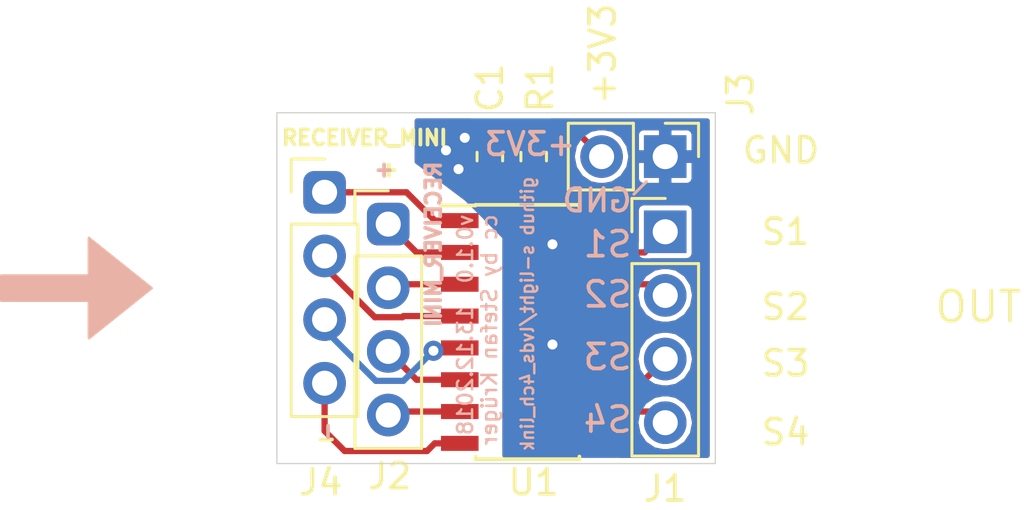
<source format=kicad_pcb>
(kicad_pcb (version 20171130) (host pcbnew 6.0.0-rc1-unknown-b491065~84~ubuntu18.04.1)

  (general
    (thickness 1.6)
    (drawings 30)
    (tracks 70)
    (zones 0)
    (modules 7)
    (nets 17)
  )

  (page A4)
  (title_block
    (title "LVDS 4ch Receiver Mini")
    (date 2018-12-14)
    (rev 0.1.0)
    (company s-light.eu)
    (comment 1 "Stefan Krüger")
    (comment 2 "CC BY")
    (comment 3 "Open Source Hardware")
  )

  (layers
    (0 F.Cu signal)
    (31 B.Cu signal)
    (32 B.Adhes user)
    (33 F.Adhes user)
    (34 B.Paste user)
    (35 F.Paste user)
    (36 B.SilkS user)
    (37 F.SilkS user)
    (38 B.Mask user)
    (39 F.Mask user)
    (40 Dwgs.User user)
    (41 Cmts.User user)
    (42 Eco1.User user)
    (43 Eco2.User user)
    (44 Edge.Cuts user)
    (45 Margin user)
    (46 B.CrtYd user)
    (47 F.CrtYd user)
    (48 B.Fab user)
    (49 F.Fab user)
  )

  (setup
    (last_trace_width 0.25)
    (user_trace_width 0.1)
    (user_trace_width 0.15)
    (user_trace_width 0.2)
    (user_trace_width 0.5)
    (user_trace_width 1)
    (trace_clearance 0.2)
    (zone_clearance 0.2)
    (zone_45_only no)
    (trace_min 0.1)
    (via_size 0.8)
    (via_drill 0.4)
    (via_min_size 0.45)
    (via_min_drill 0.2)
    (user_via 0.45 0.2)
    (user_via 0.6 0.3)
    (user_via 0.8 0.4)
    (uvia_size 0.3)
    (uvia_drill 0.1)
    (uvias_allowed no)
    (uvia_min_size 0.2)
    (uvia_min_drill 0.1)
    (edge_width 0.05)
    (segment_width 0.2)
    (pcb_text_width 0.3)
    (pcb_text_size 1 1)
    (mod_edge_width 0.12)
    (mod_text_size 1 1)
    (mod_text_width 0.15)
    (pad_size 1.7 1.7)
    (pad_drill 1)
    (pad_to_mask_clearance 0)
    (solder_mask_min_width 0.1)
    (aux_axis_origin 50 50)
    (grid_origin 50 50)
    (visible_elements FFFFFF3F)
    (pcbplotparams
      (layerselection 0x013fc_ffffffff)
      (usegerberextensions false)
      (usegerberattributes false)
      (usegerberadvancedattributes false)
      (creategerberjobfile false)
      (excludeedgelayer false)
      (linewidth 0.100000)
      (plotframeref true)
      (viasonmask false)
      (mode 1)
      (useauxorigin false)
      (hpglpennumber 1)
      (hpglpenspeed 20)
      (hpglpendiameter 15.000000)
      (psnegative false)
      (psa4output false)
      (plotreference true)
      (plotvalue true)
      (plotinvisibletext false)
      (padsonsilk false)
      (subtractmaskfromsilk false)
      (outputformat 5)
      (mirror false)
      (drillshape 2)
      (scaleselection 1)
      (outputdirectory "export/board/svg/"))
  )

  (net 0 "")
  (net 1 GND)
  (net 2 +3V3)
  (net 3 /signal4)
  (net 4 /signal3)
  (net 5 /signal2)
  (net 6 /signal1)
  (net 7 /pair4+)
  (net 8 /pair2-)
  (net 9 /pair1-)
  (net 10 /pair3+)
  (net 11 /pair4-)
  (net 12 /pair1+)
  (net 13 /pair2+)
  (net 14 /pair3-)
  (net 15 /EN)
  (net 16 "Net-(U1-Pad9)")

  (net_class Default "This is the default net class."
    (clearance 0.2)
    (trace_width 0.25)
    (via_dia 0.8)
    (via_drill 0.4)
    (uvia_dia 0.3)
    (uvia_drill 0.1)
    (add_net +3V3)
    (add_net /EN)
    (add_net /pair1+)
    (add_net /pair1-)
    (add_net /pair2+)
    (add_net /pair2-)
    (add_net /pair3+)
    (add_net /pair3-)
    (add_net /pair4+)
    (add_net /pair4-)
    (add_net /signal1)
    (add_net /signal2)
    (add_net /signal3)
    (add_net /signal4)
    (add_net GND)
    (add_net "Net-(U1-Pad9)")
  )

  (net_class min "minimal settings"
    (clearance 0.1)
    (trace_width 0.1)
    (via_dia 0.45)
    (via_drill 0.2)
    (uvia_dia 0.3)
    (uvia_drill 0.1)
  )

  (net_class small "small things"
    (clearance 0.15)
    (trace_width 0.15)
    (via_dia 0.45)
    (via_drill 0.2)
    (uvia_dia 0.3)
    (uvia_drill 0.1)
  )

  (module Resistor_SMD:R_0603_1608Metric_Pad1.05x0.95mm_HandSolder (layer F.Cu) (tedit 5B301BBD) (tstamp 5C12FC19)
    (at 60.25 51.75 270)
    (descr "Resistor SMD 0603 (1608 Metric), square (rectangular) end terminal, IPC_7351 nominal with elongated pad for handsoldering. (Body size source: http://www.tortai-tech.com/upload/download/2011102023233369053.pdf), generated with kicad-footprint-generator")
    (tags "resistor handsolder")
    (path /5C13DB8A)
    (attr smd)
    (fp_text reference R1 (at -2.75 -0.25 270) (layer F.SilkS)
      (effects (font (size 1 1) (thickness 0.15)))
    )
    (fp_text value 10k (at -3.25 -0.25 270) (layer F.Fab)
      (effects (font (size 1 1) (thickness 0.15)))
    )
    (fp_text user %R (at 0 -0.5 270) (layer F.Fab)
      (effects (font (size 0.4 0.4) (thickness 0.06)))
    )
    (fp_line (start 1.65 0.73) (end -1.65 0.73) (layer F.CrtYd) (width 0.05))
    (fp_line (start 1.65 -0.73) (end 1.65 0.73) (layer F.CrtYd) (width 0.05))
    (fp_line (start -1.65 -0.73) (end 1.65 -0.73) (layer F.CrtYd) (width 0.05))
    (fp_line (start -1.65 0.73) (end -1.65 -0.73) (layer F.CrtYd) (width 0.05))
    (fp_line (start -0.171267 0.51) (end 0.171267 0.51) (layer F.SilkS) (width 0.12))
    (fp_line (start -0.171267 -0.51) (end 0.171267 -0.51) (layer F.SilkS) (width 0.12))
    (fp_line (start 0.8 0.4) (end -0.8 0.4) (layer F.Fab) (width 0.1))
    (fp_line (start 0.8 -0.4) (end 0.8 0.4) (layer F.Fab) (width 0.1))
    (fp_line (start -0.8 -0.4) (end 0.8 -0.4) (layer F.Fab) (width 0.1))
    (fp_line (start -0.8 0.4) (end -0.8 -0.4) (layer F.Fab) (width 0.1))
    (pad 2 smd roundrect (at 0.875 0 270) (size 1.05 0.95) (layers F.Cu F.Paste F.Mask) (roundrect_rratio 0.25)
      (net 15 /EN))
    (pad 1 smd roundrect (at -0.875 0 270) (size 1.05 0.95) (layers F.Cu F.Paste F.Mask) (roundrect_rratio 0.25)
      (net 2 +3V3))
    (model ${KISYS3DMOD}/Resistor_SMD.3dshapes/R_0603_1608Metric.wrl
      (at (xyz 0 0 0))
      (scale (xyz 1 1 1))
      (rotate (xyz 0 0 0))
    )
  )

  (module Connector_PinHeader_2.54mm:PinHeader_1x04_P2.54mm_Vertical (layer F.Cu) (tedit 5C12F65A) (tstamp 5C134011)
    (at 51.905 53.175)
    (descr "Through hole straight pin header, 1x04, 2.54mm pitch, single row")
    (tags "Through hole pin header THT 1x04 2.54mm single row")
    (path /5C142970)
    (fp_text reference J4 (at -0.155 11.575) (layer F.SilkS)
      (effects (font (size 1 1) (thickness 0.15)))
    )
    (fp_text value LVDS_IN- (at 0 9.95) (layer F.Fab)
      (effects (font (size 1 1) (thickness 0.15)))
    )
    (fp_text user %R (at 0 3.81 90) (layer F.Fab)
      (effects (font (size 1 1) (thickness 0.15)))
    )
    (fp_line (start 1.8 -1.8) (end -1.8 -1.8) (layer F.CrtYd) (width 0.05))
    (fp_line (start 1.8 9.4) (end 1.8 -1.8) (layer F.CrtYd) (width 0.05))
    (fp_line (start -1.8 9.4) (end 1.8 9.4) (layer F.CrtYd) (width 0.05))
    (fp_line (start -1.8 -1.8) (end -1.8 9.4) (layer F.CrtYd) (width 0.05))
    (fp_line (start -1.33 -1.33) (end 0 -1.33) (layer F.SilkS) (width 0.12))
    (fp_line (start -1.33 0) (end -1.33 -1.33) (layer F.SilkS) (width 0.12))
    (fp_line (start -1.33 1.27) (end 1.33 1.27) (layer F.SilkS) (width 0.12))
    (fp_line (start 1.33 1.27) (end 1.33 8.95) (layer F.SilkS) (width 0.12))
    (fp_line (start -1.33 1.27) (end -1.33 8.95) (layer F.SilkS) (width 0.12))
    (fp_line (start -1.33 8.95) (end 1.33 8.95) (layer F.SilkS) (width 0.12))
    (fp_line (start -1.27 -0.635) (end -0.635 -1.27) (layer F.Fab) (width 0.1))
    (fp_line (start -1.27 8.89) (end -1.27 -0.635) (layer F.Fab) (width 0.1))
    (fp_line (start 1.27 8.89) (end -1.27 8.89) (layer F.Fab) (width 0.1))
    (fp_line (start 1.27 -1.27) (end 1.27 8.89) (layer F.Fab) (width 0.1))
    (fp_line (start -0.635 -1.27) (end 1.27 -1.27) (layer F.Fab) (width 0.1))
    (pad 4 thru_hole oval (at 0 7.62) (size 1.7 1.7) (drill 1) (layers *.Cu *.Mask)
      (net 11 /pair4-))
    (pad 3 thru_hole oval (at 0 5.08) (size 1.7 1.7) (drill 1) (layers *.Cu *.Mask)
      (net 14 /pair3-))
    (pad 2 thru_hole oval (at 0 2.54) (size 1.7 1.7) (drill 1) (layers *.Cu *.Mask)
      (net 8 /pair2-))
    (pad 1 thru_hole roundrect (at 0 0) (size 1.7 1.7) (drill 1) (layers *.Cu *.Mask) (roundrect_rratio 0.25)
      (net 9 /pair1-))
    (model ${KISYS3DMOD}/Connector_PinHeader_2.54mm.3dshapes/PinHeader_1x04_P2.54mm_Vertical.wrl
      (at (xyz 0 0 0))
      (scale (xyz 1 1 1))
      (rotate (xyz 0 0 0))
    )
  )

  (module Connector_PinHeader_2.54mm:PinHeader_1x02_P2.54mm_Vertical (layer F.Cu) (tedit 59FED5CC) (tstamp 5C133FF7)
    (at 65.5 51.75 270)
    (descr "Through hole straight pin header, 1x02, 2.54mm pitch, single row")
    (tags "Through hole pin header THT 1x02 2.54mm single row")
    (path /5C134BC8)
    (fp_text reference J3 (at -2.5 -3 270) (layer F.SilkS)
      (effects (font (size 1 1) (thickness 0.15)))
    )
    (fp_text value power (at -2.5 1.5) (layer F.Fab)
      (effects (font (size 1 1) (thickness 0.15)))
    )
    (fp_text user %R (at -1 1.25) (layer F.Fab)
      (effects (font (size 1 1) (thickness 0.15)))
    )
    (fp_line (start 1.8 -1.8) (end -1.8 -1.8) (layer F.CrtYd) (width 0.05))
    (fp_line (start 1.8 4.35) (end 1.8 -1.8) (layer F.CrtYd) (width 0.05))
    (fp_line (start -1.8 4.35) (end 1.8 4.35) (layer F.CrtYd) (width 0.05))
    (fp_line (start -1.8 -1.8) (end -1.8 4.35) (layer F.CrtYd) (width 0.05))
    (fp_line (start -1.33 -1.33) (end 0 -1.33) (layer F.SilkS) (width 0.12))
    (fp_line (start -1.33 0) (end -1.33 -1.33) (layer F.SilkS) (width 0.12))
    (fp_line (start -1.33 1.27) (end 1.33 1.27) (layer F.SilkS) (width 0.12))
    (fp_line (start 1.33 1.27) (end 1.33 3.87) (layer F.SilkS) (width 0.12))
    (fp_line (start -1.33 1.27) (end -1.33 3.87) (layer F.SilkS) (width 0.12))
    (fp_line (start -1.33 3.87) (end 1.33 3.87) (layer F.SilkS) (width 0.12))
    (fp_line (start -1.27 -0.635) (end -0.635 -1.27) (layer F.Fab) (width 0.1))
    (fp_line (start -1.27 3.81) (end -1.27 -0.635) (layer F.Fab) (width 0.1))
    (fp_line (start 1.27 3.81) (end -1.27 3.81) (layer F.Fab) (width 0.1))
    (fp_line (start 1.27 -1.27) (end 1.27 3.81) (layer F.Fab) (width 0.1))
    (fp_line (start -0.635 -1.27) (end 1.27 -1.27) (layer F.Fab) (width 0.1))
    (pad 2 thru_hole oval (at 0 2.54 270) (size 1.7 1.7) (drill 1) (layers *.Cu *.Mask)
      (net 2 +3V3))
    (pad 1 thru_hole rect (at 0 0 270) (size 1.7 1.7) (drill 1) (layers *.Cu *.Mask)
      (net 1 GND))
    (model ${KISYS3DMOD}/Connector_PinHeader_2.54mm.3dshapes/PinHeader_1x02_P2.54mm_Vertical.wrl
      (at (xyz 0 0 0))
      (scale (xyz 1 1 1))
      (rotate (xyz 0 0 0))
    )
  )

  (module Connector_PinHeader_2.54mm:PinHeader_1x04_P2.54mm_Vertical (layer F.Cu) (tedit 5C12F654) (tstamp 5C12E801)
    (at 54.445 54.445)
    (descr "Through hole straight pin header, 1x04, 2.54mm pitch, single row")
    (tags "Through hole pin header THT 1x04 2.54mm single row")
    (path /5C130A4B)
    (fp_text reference J2 (at 0.055 10.055) (layer F.SilkS)
      (effects (font (size 1 1) (thickness 0.15)))
    )
    (fp_text value LVDS_IN+ (at 0 9.95) (layer F.Fab)
      (effects (font (size 1 1) (thickness 0.15)))
    )
    (fp_text user %R (at 0 3.81 90) (layer F.Fab)
      (effects (font (size 1 1) (thickness 0.15)))
    )
    (fp_line (start 1.8 -1.8) (end -1.8 -1.8) (layer F.CrtYd) (width 0.05))
    (fp_line (start 1.8 9.4) (end 1.8 -1.8) (layer F.CrtYd) (width 0.05))
    (fp_line (start -1.8 9.4) (end 1.8 9.4) (layer F.CrtYd) (width 0.05))
    (fp_line (start -1.8 -1.8) (end -1.8 9.4) (layer F.CrtYd) (width 0.05))
    (fp_line (start -1.33 -1.33) (end 0 -1.33) (layer F.SilkS) (width 0.12))
    (fp_line (start -1.33 0) (end -1.33 -1.33) (layer F.SilkS) (width 0.12))
    (fp_line (start -1.33 1.27) (end 1.33 1.27) (layer F.SilkS) (width 0.12))
    (fp_line (start 1.33 1.27) (end 1.33 8.95) (layer F.SilkS) (width 0.12))
    (fp_line (start -1.33 1.27) (end -1.33 8.95) (layer F.SilkS) (width 0.12))
    (fp_line (start -1.33 8.95) (end 1.33 8.95) (layer F.SilkS) (width 0.12))
    (fp_line (start -1.27 -0.635) (end -0.635 -1.27) (layer F.Fab) (width 0.1))
    (fp_line (start -1.27 8.89) (end -1.27 -0.635) (layer F.Fab) (width 0.1))
    (fp_line (start 1.27 8.89) (end -1.27 8.89) (layer F.Fab) (width 0.1))
    (fp_line (start 1.27 -1.27) (end 1.27 8.89) (layer F.Fab) (width 0.1))
    (fp_line (start -0.635 -1.27) (end 1.27 -1.27) (layer F.Fab) (width 0.1))
    (pad 4 thru_hole oval (at 0 7.62) (size 1.7 1.7) (drill 1) (layers *.Cu *.Mask)
      (net 7 /pair4+))
    (pad 3 thru_hole oval (at 0 5.08) (size 1.7 1.7) (drill 1) (layers *.Cu *.Mask)
      (net 10 /pair3+))
    (pad 2 thru_hole oval (at 0 2.54) (size 1.7 1.7) (drill 1) (layers *.Cu *.Mask)
      (net 13 /pair2+))
    (pad 1 thru_hole roundrect (at 0 0) (size 1.7 1.7) (drill 1) (layers *.Cu *.Mask) (roundrect_rratio 0.25)
      (net 12 /pair1+))
    (model ${KISYS3DMOD}/Connector_PinHeader_2.54mm.3dshapes/PinHeader_1x04_P2.54mm_Vertical.wrl
      (at (xyz 0 0 0))
      (scale (xyz 1 1 1))
      (rotate (xyz 0 0 0))
    )
  )

  (module Connector_PinHeader_2.54mm:PinHeader_1x04_P2.54mm_Vertical (layer F.Cu) (tedit 59FED5CC) (tstamp 5C12E7DE)
    (at 65.5 54.75)
    (descr "Through hole straight pin header, 1x04, 2.54mm pitch, single row")
    (tags "Through hole pin header THT 1x04 2.54mm single row")
    (path /5C221C21)
    (fp_text reference J1 (at 0 10.25) (layer F.SilkS)
      (effects (font (size 1 1) (thickness 0.15)))
    )
    (fp_text value signal_out (at 2.75 5 90) (layer F.Fab)
      (effects (font (size 1 1) (thickness 0.15)))
    )
    (fp_text user %R (at 1.25 3.81 90) (layer F.Fab)
      (effects (font (size 1 1) (thickness 0.15)))
    )
    (fp_line (start 1.8 -1.8) (end -1.8 -1.8) (layer F.CrtYd) (width 0.05))
    (fp_line (start 1.8 9.4) (end 1.8 -1.8) (layer F.CrtYd) (width 0.05))
    (fp_line (start -1.8 9.4) (end 1.8 9.4) (layer F.CrtYd) (width 0.05))
    (fp_line (start -1.8 -1.8) (end -1.8 9.4) (layer F.CrtYd) (width 0.05))
    (fp_line (start -1.33 -1.33) (end 0 -1.33) (layer F.SilkS) (width 0.12))
    (fp_line (start -1.33 0) (end -1.33 -1.33) (layer F.SilkS) (width 0.12))
    (fp_line (start -1.33 1.27) (end 1.33 1.27) (layer F.SilkS) (width 0.12))
    (fp_line (start 1.33 1.27) (end 1.33 8.95) (layer F.SilkS) (width 0.12))
    (fp_line (start -1.33 1.27) (end -1.33 8.95) (layer F.SilkS) (width 0.12))
    (fp_line (start -1.33 8.95) (end 1.33 8.95) (layer F.SilkS) (width 0.12))
    (fp_line (start -1.27 -0.635) (end -0.635 -1.27) (layer F.Fab) (width 0.1))
    (fp_line (start -1.27 8.89) (end -1.27 -0.635) (layer F.Fab) (width 0.1))
    (fp_line (start 1.27 8.89) (end -1.27 8.89) (layer F.Fab) (width 0.1))
    (fp_line (start 1.27 -1.27) (end 1.27 8.89) (layer F.Fab) (width 0.1))
    (fp_line (start -0.635 -1.27) (end 1.27 -1.27) (layer F.Fab) (width 0.1))
    (pad 4 thru_hole oval (at 0 7.62) (size 1.7 1.7) (drill 1) (layers *.Cu *.Mask)
      (net 3 /signal4))
    (pad 3 thru_hole oval (at 0 5.08) (size 1.7 1.7) (drill 1) (layers *.Cu *.Mask)
      (net 4 /signal3))
    (pad 2 thru_hole oval (at 0 2.54) (size 1.7 1.7) (drill 1) (layers *.Cu *.Mask)
      (net 5 /signal2))
    (pad 1 thru_hole rect (at 0 0) (size 1.7 1.7) (drill 1) (layers *.Cu *.Mask)
      (net 6 /signal1))
    (model ${KISYS3DMOD}/Connector_PinHeader_2.54mm.3dshapes/PinHeader_1x04_P2.54mm_Vertical.wrl
      (at (xyz 0 0 0))
      (scale (xyz 1 1 1))
      (rotate (xyz 0 0 0))
    )
  )

  (module Package_SO:SOIC-16_3.9x9.9mm_P1.27mm (layer F.Cu) (tedit 5A02F2D3) (tstamp 5C134CA3)
    (at 60 58.75)
    (descr "16-Lead Plastic Small Outline (SL) - Narrow, 3.90 mm Body [SOIC] (see Microchip Packaging Specification 00000049BS.pdf)")
    (tags "SOIC 1.27")
    (path /5C14F4D9)
    (attr smd)
    (fp_text reference U1 (at 0.25 6) (layer F.SilkS)
      (effects (font (size 1 1) (thickness 0.15)))
    )
    (fp_text value SN65LVDT348 (at 0 6) (layer F.Fab)
      (effects (font (size 1 1) (thickness 0.15)))
    )
    (fp_line (start -2.075 -5.05) (end -3.45 -5.05) (layer F.SilkS) (width 0.15))
    (fp_line (start -2.075 5.075) (end 2.075 5.075) (layer F.SilkS) (width 0.15))
    (fp_line (start -2.075 -5.075) (end 2.075 -5.075) (layer F.SilkS) (width 0.15))
    (fp_line (start -2.075 5.075) (end -2.075 4.97) (layer F.SilkS) (width 0.15))
    (fp_line (start 2.075 5.075) (end 2.075 4.97) (layer F.SilkS) (width 0.15))
    (fp_line (start 2.075 -5.075) (end 2.075 -4.97) (layer F.SilkS) (width 0.15))
    (fp_line (start -2.075 -5.075) (end -2.075 -5.05) (layer F.SilkS) (width 0.15))
    (fp_line (start -3.7 5.25) (end 3.7 5.25) (layer F.CrtYd) (width 0.05))
    (fp_line (start -3.7 -5.25) (end 3.7 -5.25) (layer F.CrtYd) (width 0.05))
    (fp_line (start 3.7 -5.25) (end 3.7 5.25) (layer F.CrtYd) (width 0.05))
    (fp_line (start -3.7 -5.25) (end -3.7 5.25) (layer F.CrtYd) (width 0.05))
    (fp_line (start -1.95 -3.95) (end -0.95 -4.95) (layer F.Fab) (width 0.15))
    (fp_line (start -1.95 4.95) (end -1.95 -3.95) (layer F.Fab) (width 0.15))
    (fp_line (start 1.95 4.95) (end -1.95 4.95) (layer F.Fab) (width 0.15))
    (fp_line (start 1.95 -4.95) (end 1.95 4.95) (layer F.Fab) (width 0.15))
    (fp_line (start -0.95 -4.95) (end 1.95 -4.95) (layer F.Fab) (width 0.15))
    (fp_text user %R (at 0 2.224999) (layer F.Fab)
      (effects (font (size 0.9 0.9) (thickness 0.135)))
    )
    (pad 16 smd rect (at 2.7 -4.445) (size 1.5 0.6) (layers F.Cu F.Paste F.Mask)
      (net 15 /EN))
    (pad 15 smd rect (at 2.7 -3.175) (size 1.5 0.6) (layers F.Cu F.Paste F.Mask)
      (net 6 /signal1))
    (pad 14 smd rect (at 2.7 -1.905) (size 1.5 0.6) (layers F.Cu F.Paste F.Mask)
      (net 5 /signal2))
    (pad 13 smd rect (at 2.7 -0.635) (size 1.5 0.6) (layers F.Cu F.Paste F.Mask)
      (net 2 +3V3))
    (pad 12 smd rect (at 2.7 0.635) (size 1.5 0.6) (layers F.Cu F.Paste F.Mask)
      (net 1 GND))
    (pad 11 smd rect (at 2.7 1.905) (size 1.5 0.6) (layers F.Cu F.Paste F.Mask)
      (net 4 /signal3))
    (pad 10 smd rect (at 2.7 3.175) (size 1.5 0.6) (layers F.Cu F.Paste F.Mask)
      (net 3 /signal4))
    (pad 9 smd rect (at 2.7 4.445) (size 1.5 0.6) (layers F.Cu F.Paste F.Mask)
      (net 16 "Net-(U1-Pad9)"))
    (pad 8 smd rect (at -2.7 4.445) (size 1.5 0.6) (layers F.Cu F.Paste F.Mask)
      (net 11 /pair4-))
    (pad 7 smd rect (at -2.7 3.175) (size 1.5 0.6) (layers F.Cu F.Paste F.Mask)
      (net 7 /pair4+))
    (pad 6 smd rect (at -2.7 1.905) (size 1.5 0.6) (layers F.Cu F.Paste F.Mask)
      (net 10 /pair3+))
    (pad 5 smd rect (at -2.7 0.635) (size 1.5 0.6) (layers F.Cu F.Paste F.Mask)
      (net 14 /pair3-))
    (pad 4 smd rect (at -2.7 -0.635) (size 1.5 0.6) (layers F.Cu F.Paste F.Mask)
      (net 8 /pair2-))
    (pad 3 smd rect (at -2.7 -1.905) (size 1.5 0.6) (layers F.Cu F.Paste F.Mask)
      (net 13 /pair2+))
    (pad 2 smd rect (at -2.7 -3.175) (size 1.5 0.6) (layers F.Cu F.Paste F.Mask)
      (net 12 /pair1+))
    (pad 1 smd rect (at -2.7 -4.445) (size 1.5 0.6) (layers F.Cu F.Paste F.Mask)
      (net 9 /pair1-))
    (model ${KISYS3DMOD}/Package_SO.3dshapes/SOIC-16_3.9x9.9mm_P1.27mm.wrl
      (at (xyz 0 0 0))
      (scale (xyz 1 1 1))
      (rotate (xyz 0 0 0))
    )
  )

  (module Capacitor_SMD:C_0603_1608Metric_Pad1.05x0.95mm_HandSolder (layer F.Cu) (tedit 5B301BBE) (tstamp 5C12E777)
    (at 58.5 51.75 90)
    (descr "Capacitor SMD 0603 (1608 Metric), square (rectangular) end terminal, IPC_7351 nominal with elongated pad for handsoldering. (Body size source: http://www.tortai-tech.com/upload/download/2011102023233369053.pdf), generated with kicad-footprint-generator")
    (tags "capacitor handsolder")
    (path /5C1DA101)
    (attr smd)
    (fp_text reference C1 (at 2.75 0 90) (layer F.SilkS)
      (effects (font (size 1 1) (thickness 0.15)))
    )
    (fp_text value 0.1uF (at 3.75 0 90) (layer F.Fab)
      (effects (font (size 1 1) (thickness 0.15)))
    )
    (fp_text user %R (at 0 0.5 90) (layer F.Fab)
      (effects (font (size 0.4 0.4) (thickness 0.06)))
    )
    (fp_line (start 1.65 0.73) (end -1.65 0.73) (layer F.CrtYd) (width 0.05))
    (fp_line (start 1.65 -0.73) (end 1.65 0.73) (layer F.CrtYd) (width 0.05))
    (fp_line (start -1.65 -0.73) (end 1.65 -0.73) (layer F.CrtYd) (width 0.05))
    (fp_line (start -1.65 0.73) (end -1.65 -0.73) (layer F.CrtYd) (width 0.05))
    (fp_line (start -0.171267 0.51) (end 0.171267 0.51) (layer F.SilkS) (width 0.12))
    (fp_line (start -0.171267 -0.51) (end 0.171267 -0.51) (layer F.SilkS) (width 0.12))
    (fp_line (start 0.8 0.4) (end -0.8 0.4) (layer F.Fab) (width 0.1))
    (fp_line (start 0.8 -0.4) (end 0.8 0.4) (layer F.Fab) (width 0.1))
    (fp_line (start -0.8 -0.4) (end 0.8 -0.4) (layer F.Fab) (width 0.1))
    (fp_line (start -0.8 0.4) (end -0.8 -0.4) (layer F.Fab) (width 0.1))
    (pad 2 smd roundrect (at 0.875 0 90) (size 1.05 0.95) (layers F.Cu F.Paste F.Mask) (roundrect_rratio 0.25)
      (net 1 GND))
    (pad 1 smd roundrect (at -0.875 0 90) (size 1.05 0.95) (layers F.Cu F.Paste F.Mask) (roundrect_rratio 0.25)
      (net 2 +3V3))
    (model ${KISYS3DMOD}/Capacitor_SMD.3dshapes/C_0603_1608Metric.wrl
      (at (xyz 0 0 0))
      (scale (xyz 1 1 1))
      (rotate (xyz 0 0 0))
    )
  )

  (gr_text RECEIVER_MINI (at 53.5 51) (layer F.SilkS) (tstamp 5C137BD9)
    (effects (font (size 0.6 0.6) (thickness 0.15)))
  )
  (gr_text + (at 54.75 52.25) (layer B.SilkS) (tstamp 5C137A0D)
    (effects (font (size 0.6 0.6) (thickness 0.15)) (justify left mirror))
  )
  (gr_text - (at 52 62.25 90) (layer B.SilkS) (tstamp 5C137915)
    (effects (font (size 0.6 0.6) (thickness 0.15)) (justify left mirror))
  )
  (gr_text + (at 54 52.25) (layer F.SilkS) (tstamp 5C137617)
    (effects (font (size 0.6 0.6) (thickness 0.15)) (justify left))
  )
  (gr_text - (at 51.5 63) (layer F.SilkS) (tstamp 5C13755D)
    (effects (font (size 0.6 0.6) (thickness 0.15)) (justify left))
  )
  (gr_line (start 64.25 53.25) (end 64.75 52.75) (layer B.SilkS) (width 0.12))
  (gr_text S3 (at 64.25 59.75) (layer B.SilkS) (tstamp 5C13BA4D)
    (effects (font (size 1 1) (thickness 0.15)) (justify left mirror))
  )
  (gr_text S2 (at 64.25 57.25) (layer B.SilkS) (tstamp 5C13BA4C)
    (effects (font (size 1 1) (thickness 0.15)) (justify left mirror))
  )
  (gr_text GND (at 64.25 53.5) (layer B.SilkS) (tstamp 5C13BA4B)
    (effects (font (size 0.9 0.9) (thickness 0.15)) (justify left mirror))
  )
  (gr_text S4 (at 64.25 62.25) (layer B.SilkS) (tstamp 5C13BA4A)
    (effects (font (size 1 1) (thickness 0.15)) (justify left mirror))
  )
  (gr_text S1 (at 64.25 55.25) (layer B.SilkS) (tstamp 5C13BA49)
    (effects (font (size 1 1) (thickness 0.15)) (justify left mirror))
  )
  (gr_text +3V3 (at 62 51.25) (layer B.SilkS) (tstamp 5C13BA48)
    (effects (font (size 0.9 0.9) (thickness 0.15)) (justify left mirror))
  )
  (gr_text OUT (at 78 57.75) (layer F.SilkS) (tstamp 5C13816B)
    (effects (font (size 1.2 1.2) (thickness 0.15)))
  )
  (gr_text S3 (at 69.25 60) (layer F.SilkS) (tstamp 5C137773)
    (effects (font (size 1 1) (thickness 0.15)) (justify left))
  )
  (gr_text S2 (at 69.25 57.75) (layer F.SilkS) (tstamp 5C137772)
    (effects (font (size 1 1) (thickness 0.15)) (justify left))
  )
  (gr_text S1 (at 69.25 54.75) (layer F.SilkS) (tstamp 5C137649)
    (effects (font (size 1 1) (thickness 0.15)) (justify left))
  )
  (gr_text GND (at 68.5 51.5) (layer F.SilkS) (tstamp 5C1374D9)
    (effects (font (size 1 1) (thickness 0.15)) (justify left))
  )
  (gr_text +3V3 (at 63 49.75 90) (layer F.SilkS) (tstamp 5C1371DC)
    (effects (font (size 1 1) (thickness 0.15)) (justify left))
  )
  (gr_text S4 (at 69.25 62.75) (layer F.SilkS) (tstamp 5C1370B4)
    (effects (font (size 1 1) (thickness 0.15)) (justify left))
  )
  (gr_text "v0.1.0  13.12.2018\ncc by Stefan Krüger" (at 58 54 90) (layer B.SilkS) (tstamp 5C136C8A)
    (effects (font (size 0.6 0.6) (thickness 0.1)) (justify left mirror))
  )
  (gr_text RECEIVER_MINI (at 56.25 55.25 90) (layer B.SilkS)
    (effects (font (size 0.6 0.6) (thickness 0.15)) (justify mirror))
  )
  (gr_poly (pts (xy 45 57) (xy 42.5 59) (xy 42.5 57.5) (xy 39 57.5) (xy 39 56.5) (xy 42.5 56.5) (xy 42.5 55)) (layer F.SilkS) (width 0.1) (tstamp 5C13347F))
  (gr_poly (pts (xy 45 57) (xy 42.5 55) (xy 42.5 56.5) (xy 39 56.5) (xy 39 57.5) (xy 42.5 57.5) (xy 42.5 59)) (layer B.SilkS) (width 0.1))
  (gr_text "github s-light/lvds_4ch_link" (at 60 52.5 90) (layer B.SilkS)
    (effects (font (size 0.5 0.5) (thickness 0.1)) (justify left mirror))
  )
  (dimension 17.5 (width 0.12) (layer Cmts.User)
    (gr_text "17,500 mm" (at 58.75 46.73) (layer Cmts.User)
      (effects (font (size 1 1) (thickness 0.15)))
    )
    (feature1 (pts (xy 67.5 50) (xy 67.5 47.413579)))
    (feature2 (pts (xy 50 50) (xy 50 47.413579)))
    (crossbar (pts (xy 50 48) (xy 67.5 48)))
    (arrow1a (pts (xy 67.5 48) (xy 66.373496 48.586421)))
    (arrow1b (pts (xy 67.5 48) (xy 66.373496 47.413579)))
    (arrow2a (pts (xy 50 48) (xy 51.126504 48.586421)))
    (arrow2b (pts (xy 50 48) (xy 51.126504 47.413579)))
  )
  (dimension 14 (width 0.12) (layer Cmts.User)
    (gr_text "14,000 mm" (at 46.730001 57 270) (layer Cmts.User)
      (effects (font (size 1 1) (thickness 0.15)))
    )
    (feature1 (pts (xy 50 64) (xy 47.41358 64)))
    (feature2 (pts (xy 50 50) (xy 47.41358 50)))
    (crossbar (pts (xy 48.000001 50) (xy 48.000001 64)))
    (arrow1a (pts (xy 48.000001 64) (xy 47.41358 62.873496)))
    (arrow1b (pts (xy 48.000001 64) (xy 48.586422 62.873496)))
    (arrow2a (pts (xy 48.000001 50) (xy 47.41358 51.126504)))
    (arrow2b (pts (xy 48.000001 50) (xy 48.586422 51.126504)))
  )
  (gr_line (start 50 64) (end 50 50) (layer Edge.Cuts) (width 0.05) (tstamp 5C12E8E3))
  (gr_line (start 67.5 64) (end 50 64) (layer Edge.Cuts) (width 0.05))
  (gr_line (start 67.5 50) (end 67.5 64) (layer Edge.Cuts) (width 0.05))
  (gr_line (start 50 50) (end 67.5 50) (layer Edge.Cuts) (width 0.05))

  (via (at 57.5 51) (size 0.8) (drill 0.4) (layers F.Cu B.Cu) (net 1))
  (segment (start 58.5 50.875) (end 57.625 50.875) (width 0.25) (layer F.Cu) (net 1))
  (segment (start 57.625 50.875) (end 57.5 51) (width 0.25) (layer F.Cu) (net 1))
  (via (at 61 59.25) (size 0.8) (drill 0.4) (layers F.Cu B.Cu) (net 1))
  (segment (start 57.5 51) (end 61 54.5) (width 0.25) (layer B.Cu) (net 1))
  (segment (start 62.565 59.25) (end 62.7 59.385) (width 0.25) (layer F.Cu) (net 1))
  (segment (start 61 59.25) (end 62.565 59.25) (width 0.25) (layer F.Cu) (net 1))
  (via (at 61 55.25) (size 0.8) (drill 0.4) (layers F.Cu B.Cu) (net 1))
  (segment (start 61 55.25) (end 61 59.25) (width 0.25) (layer B.Cu) (net 1))
  (segment (start 61 54.5) (end 61 55.25) (width 0.25) (layer B.Cu) (net 1))
  (segment (start 65.1 53.25) (end 65.5 52.85) (width 0.25) (layer B.Cu) (net 1))
  (segment (start 57.5 51) (end 59.75 53.25) (width 0.25) (layer B.Cu) (net 1))
  (segment (start 65.5 52.85) (end 65.5 51.75) (width 0.25) (layer B.Cu) (net 1))
  (segment (start 59.75 53.25) (end 65.1 53.25) (width 0.25) (layer B.Cu) (net 1))
  (via (at 56.75 51.5) (size 0.8) (drill 0.4) (layers F.Cu B.Cu) (net 1))
  (segment (start 57.25 51) (end 56.75 51.5) (width 0.25) (layer B.Cu) (net 1))
  (segment (start 57.5 51) (end 57.25 51) (width 0.25) (layer B.Cu) (net 1))
  (via (at 57.25 52.25) (size 0.8) (drill 0.4) (layers F.Cu B.Cu) (net 1))
  (segment (start 57.5 52) (end 57.25 52.25) (width 0.25) (layer B.Cu) (net 1))
  (segment (start 57.5 51) (end 57.5 52) (width 0.25) (layer B.Cu) (net 1))
  (segment (start 62.085 50.875) (end 62.96 51.75) (width 0.25) (layer F.Cu) (net 2))
  (segment (start 60.25 50.875) (end 62.085 50.875) (width 0.25) (layer F.Cu) (net 2))
  (segment (start 58.5 52.25) (end 59.875 50.875) (width 0.25) (layer F.Cu) (net 2))
  (segment (start 58.5 52.625) (end 58.5 52.25) (width 0.25) (layer F.Cu) (net 2))
  (segment (start 60 54.5) (end 60 57) (width 0.25) (layer F.Cu) (net 2))
  (segment (start 60 57) (end 61.115 58.115) (width 0.25) (layer F.Cu) (net 2))
  (segment (start 59.875 50.875) (end 60.25 50.875) (width 0.25) (layer F.Cu) (net 2))
  (segment (start 61.115 58.115) (end 62.7 58.115) (width 0.25) (layer F.Cu) (net 2))
  (segment (start 58.5 52.625) (end 58.5 53) (width 0.25) (layer F.Cu) (net 2))
  (segment (start 58.5 53) (end 60 54.5) (width 0.25) (layer F.Cu) (net 2))
  (segment (start 65.055 61.925) (end 65.5 62.37) (width 0.25) (layer F.Cu) (net 3))
  (segment (start 62.7 61.925) (end 65.055 61.925) (width 0.25) (layer F.Cu) (net 3))
  (segment (start 64.675 60.655) (end 65.5 59.83) (width 0.25) (layer F.Cu) (net 4))
  (segment (start 62.7 60.655) (end 64.675 60.655) (width 0.25) (layer F.Cu) (net 4))
  (segment (start 65.055 56.845) (end 65.5 57.29) (width 0.25) (layer F.Cu) (net 5))
  (segment (start 62.7 56.845) (end 65.055 56.845) (width 0.25) (layer F.Cu) (net 5))
  (segment (start 64.675 55.575) (end 65.5 54.75) (width 0.25) (layer F.Cu) (net 6))
  (segment (start 62.7 55.575) (end 64.675 55.575) (width 0.25) (layer F.Cu) (net 6))
  (segment (start 54.585 61.925) (end 54.445 62.065) (width 0.25) (layer F.Cu) (net 7))
  (segment (start 57.3 61.925) (end 54.585 61.925) (width 0.25) (layer F.Cu) (net 7))
  (segment (start 51.905 56.155) (end 51.905 55.715) (width 0.25) (layer F.Cu) (net 8))
  (segment (start 53.910001 58.160001) (end 51.905 56.155) (width 0.25) (layer F.Cu) (net 8))
  (segment (start 55.009001 58.160001) (end 53.910001 58.160001) (width 0.25) (layer F.Cu) (net 8))
  (segment (start 57.3 58.115) (end 55.054002 58.115) (width 0.25) (layer F.Cu) (net 8))
  (segment (start 55.054002 58.115) (end 55.009001 58.160001) (width 0.25) (layer F.Cu) (net 8))
  (segment (start 52.855 53.175) (end 51.905 53.175) (width 0.25) (layer F.Cu) (net 9))
  (segment (start 55.175 53.175) (end 52.855 53.175) (width 0.25) (layer F.Cu) (net 9))
  (segment (start 57.3 54.305) (end 56.305 54.305) (width 0.25) (layer F.Cu) (net 9))
  (segment (start 56.305 54.305) (end 55.175 53.175) (width 0.25) (layer F.Cu) (net 9))
  (segment (start 55.575 60.655) (end 57.3 60.655) (width 0.25) (layer F.Cu) (net 10))
  (segment (start 54.445 59.525) (end 55.575 60.655) (width 0.25) (layer F.Cu) (net 10))
  (segment (start 51.905 62.7) (end 51.905 60.795) (width 0.25) (layer F.Cu) (net 11))
  (segment (start 52.705 63.5) (end 51.905 62.7) (width 0.25) (layer F.Cu) (net 11))
  (segment (start 55.995 63.5) (end 52.705 63.5) (width 0.25) (layer F.Cu) (net 11))
  (segment (start 57.3 63.195) (end 56.3 63.195) (width 0.25) (layer F.Cu) (net 11))
  (segment (start 56.3 63.195) (end 55.995 63.5) (width 0.25) (layer F.Cu) (net 11))
  (segment (start 55.575 55.575) (end 54.445 54.445) (width 0.25) (layer F.Cu) (net 12))
  (segment (start 57.3 55.575) (end 55.575 55.575) (width 0.25) (layer F.Cu) (net 12))
  (segment (start 54.585 56.845) (end 54.445 56.985) (width 0.25) (layer F.Cu) (net 13))
  (segment (start 57.3 56.845) (end 54.585 56.845) (width 0.25) (layer F.Cu) (net 13))
  (via (at 56.25 59.5) (size 0.8) (drill 0.4) (layers F.Cu B.Cu) (net 14))
  (segment (start 57.3 59.385) (end 56.365 59.385) (width 0.25) (layer F.Cu) (net 14))
  (segment (start 56.365 59.385) (end 56.25 59.5) (width 0.25) (layer F.Cu) (net 14))
  (segment (start 51.905 58.655) (end 51.905 58.255) (width 0.25) (layer B.Cu) (net 14))
  (segment (start 53.950001 60.700001) (end 51.905 58.655) (width 0.25) (layer B.Cu) (net 14))
  (segment (start 56.25 59.5) (end 55.049999 60.700001) (width 0.25) (layer B.Cu) (net 14))
  (segment (start 55.049999 60.700001) (end 53.950001 60.700001) (width 0.25) (layer B.Cu) (net 14))
  (segment (start 62.305 54.305) (end 62.7 54.305) (width 0.25) (layer F.Cu) (net 15))
  (segment (start 60.25 52.625) (end 60.625 52.625) (width 0.25) (layer F.Cu) (net 15))
  (segment (start 60.625 52.625) (end 62.305 54.305) (width 0.25) (layer F.Cu) (net 15))

  (zone (net 1) (net_name GND) (layer B.Cu) (tstamp 5C138259) (hatch edge 0.508)
    (connect_pads (clearance 0.2))
    (min_thickness 0.2)
    (fill yes (arc_segments 16) (thermal_gap 0.2) (thermal_bridge_width 0.5) (smoothing chamfer))
    (polygon
      (pts
        (xy 59 55) (xy 57.5 53.5) (xy 55.5 52) (xy 55.5 50) (xy 67.5 50)
        (xy 67.5 64) (xy 59 64)
      )
    )
    (filled_polygon
      (pts
        (xy 67.175001 63.675) (xy 59.1 63.675) (xy 59.1 62.37) (xy 64.327471 62.37) (xy 64.416724 62.818707)
        (xy 64.670897 63.199103) (xy 65.051293 63.453276) (xy 65.386739 63.52) (xy 65.613261 63.52) (xy 65.948707 63.453276)
        (xy 66.329103 63.199103) (xy 66.583276 62.818707) (xy 66.672529 62.37) (xy 66.583276 61.921293) (xy 66.329103 61.540897)
        (xy 65.948707 61.286724) (xy 65.613261 61.22) (xy 65.386739 61.22) (xy 65.051293 61.286724) (xy 64.670897 61.540897)
        (xy 64.416724 61.921293) (xy 64.327471 62.37) (xy 59.1 62.37) (xy 59.1 59.83) (xy 64.327471 59.83)
        (xy 64.416724 60.278707) (xy 64.670897 60.659103) (xy 65.051293 60.913276) (xy 65.386739 60.98) (xy 65.613261 60.98)
        (xy 65.948707 60.913276) (xy 66.329103 60.659103) (xy 66.583276 60.278707) (xy 66.672529 59.83) (xy 66.583276 59.381293)
        (xy 66.329103 59.000897) (xy 65.948707 58.746724) (xy 65.613261 58.68) (xy 65.386739 58.68) (xy 65.051293 58.746724)
        (xy 64.670897 59.000897) (xy 64.416724 59.381293) (xy 64.327471 59.83) (xy 59.1 59.83) (xy 59.1 57.29)
        (xy 64.327471 57.29) (xy 64.416724 57.738707) (xy 64.670897 58.119103) (xy 65.051293 58.373276) (xy 65.386739 58.44)
        (xy 65.613261 58.44) (xy 65.948707 58.373276) (xy 66.329103 58.119103) (xy 66.583276 57.738707) (xy 66.672529 57.29)
        (xy 66.583276 56.841293) (xy 66.329103 56.460897) (xy 65.948707 56.206724) (xy 65.613261 56.14) (xy 65.386739 56.14)
        (xy 65.051293 56.206724) (xy 64.670897 56.460897) (xy 64.416724 56.841293) (xy 64.327471 57.29) (xy 59.1 57.29)
        (xy 59.1 55) (xy 59.092388 54.961732) (xy 59.070711 54.929289) (xy 58.041422 53.9) (xy 64.344123 53.9)
        (xy 64.344123 55.6) (xy 64.367407 55.717054) (xy 64.433712 55.816288) (xy 64.532946 55.882593) (xy 64.65 55.905877)
        (xy 66.35 55.905877) (xy 66.467054 55.882593) (xy 66.566288 55.816288) (xy 66.632593 55.717054) (xy 66.655877 55.6)
        (xy 66.655877 53.9) (xy 66.632593 53.782946) (xy 66.566288 53.683712) (xy 66.467054 53.617407) (xy 66.35 53.594123)
        (xy 64.65 53.594123) (xy 64.532946 53.617407) (xy 64.433712 53.683712) (xy 64.367407 53.782946) (xy 64.344123 53.9)
        (xy 58.041422 53.9) (xy 57.570711 53.429289) (xy 57.56 53.42) (xy 55.6 51.95) (xy 55.6 51.75)
        (xy 61.787471 51.75) (xy 61.876724 52.198707) (xy 62.130897 52.579103) (xy 62.511293 52.833276) (xy 62.846739 52.9)
        (xy 63.073261 52.9) (xy 63.408707 52.833276) (xy 63.789103 52.579103) (xy 64.043276 52.198707) (xy 64.087773 51.975)
        (xy 64.35 51.975) (xy 64.35 52.659674) (xy 64.395672 52.769937) (xy 64.480064 52.854328) (xy 64.590327 52.9)
        (xy 65.275 52.9) (xy 65.35 52.825) (xy 65.35 51.9) (xy 65.65 51.9) (xy 65.65 52.825)
        (xy 65.725 52.9) (xy 66.409673 52.9) (xy 66.519936 52.854328) (xy 66.604328 52.769937) (xy 66.65 52.659674)
        (xy 66.65 51.975) (xy 66.575 51.9) (xy 65.65 51.9) (xy 65.35 51.9) (xy 64.425 51.9)
        (xy 64.35 51.975) (xy 64.087773 51.975) (xy 64.132529 51.75) (xy 64.043276 51.301293) (xy 63.789103 50.920897)
        (xy 63.668521 50.840326) (xy 64.35 50.840326) (xy 64.35 51.525) (xy 64.425 51.6) (xy 65.35 51.6)
        (xy 65.35 50.675) (xy 65.65 50.675) (xy 65.65 51.6) (xy 66.575 51.6) (xy 66.65 51.525)
        (xy 66.65 50.840326) (xy 66.604328 50.730063) (xy 66.519936 50.645672) (xy 66.409673 50.6) (xy 65.725 50.6)
        (xy 65.65 50.675) (xy 65.35 50.675) (xy 65.275 50.6) (xy 64.590327 50.6) (xy 64.480064 50.645672)
        (xy 64.395672 50.730063) (xy 64.35 50.840326) (xy 63.668521 50.840326) (xy 63.408707 50.666724) (xy 63.073261 50.6)
        (xy 62.846739 50.6) (xy 62.511293 50.666724) (xy 62.130897 50.920897) (xy 61.876724 51.301293) (xy 61.787471 51.75)
        (xy 55.6 51.75) (xy 55.6 50.325) (xy 67.175 50.325)
      )
    )
  )
  (zone (net 1) (net_name GND) (layer F.Cu) (tstamp 5C138256) (hatch edge 0.508)
    (connect_pads (clearance 0.2))
    (min_thickness 0.2)
    (fill yes (arc_segments 16) (thermal_gap 0.2) (thermal_bridge_width 0.5) (smoothing chamfer))
    (polygon
      (pts
        (xy 59 55) (xy 57.5 53.5) (xy 55.5 52) (xy 55.5 50) (xy 67.5 50)
        (xy 67.5 64) (xy 59 64)
      )
    )
    (filled_polygon
      (pts
        (xy 57.725 50.65) (xy 57.8 50.725) (xy 58.35 50.725) (xy 58.35 50.705) (xy 58.65 50.705)
        (xy 58.65 50.725) (xy 58.67 50.725) (xy 58.67 51.025) (xy 58.65 51.025) (xy 58.65 51.045)
        (xy 58.35 51.045) (xy 58.35 51.025) (xy 57.8 51.025) (xy 57.725 51.1) (xy 57.725 51.459674)
        (xy 57.770672 51.569937) (xy 57.855064 51.654328) (xy 57.965327 51.7) (xy 58.275 51.7) (xy 58.349998 51.625002)
        (xy 58.349998 51.7) (xy 58.44896 51.7) (xy 58.354837 51.794123) (xy 58.2625 51.794123) (xy 58.054559 51.835485)
        (xy 57.878274 51.953274) (xy 57.760485 52.129559) (xy 57.719123 52.3375) (xy 57.719123 52.9125) (xy 57.760485 53.120441)
        (xy 57.878274 53.296726) (xy 58.054559 53.414515) (xy 58.2625 53.455877) (xy 58.354837 53.455877) (xy 59.575 54.676041)
        (xy 59.575001 56.958138) (xy 59.566674 57) (xy 59.599659 57.165826) (xy 59.59966 57.165827) (xy 59.693593 57.306408)
        (xy 59.729079 57.330119) (xy 60.784881 58.385922) (xy 60.808592 58.421408) (xy 60.844077 58.445118) (xy 60.949173 58.515341)
        (xy 61.114999 58.548326) (xy 61.156857 58.54) (xy 61.672716 58.54) (xy 61.733712 58.631288) (xy 61.832946 58.697593)
        (xy 61.95 58.720877) (xy 63.45 58.720877) (xy 63.567054 58.697593) (xy 63.666288 58.631288) (xy 63.732593 58.532054)
        (xy 63.755877 58.415) (xy 63.755877 57.815) (xy 63.732593 57.697946) (xy 63.666288 57.598712) (xy 63.567054 57.532407)
        (xy 63.45 57.509123) (xy 61.95 57.509123) (xy 61.832946 57.532407) (xy 61.733712 57.598712) (xy 61.672716 57.69)
        (xy 61.291041 57.69) (xy 60.425 56.82396) (xy 60.425 56.545) (xy 61.644123 56.545) (xy 61.644123 57.145)
        (xy 61.667407 57.262054) (xy 61.733712 57.361288) (xy 61.832946 57.427593) (xy 61.95 57.450877) (xy 63.45 57.450877)
        (xy 63.567054 57.427593) (xy 63.666288 57.361288) (xy 63.727284 57.27) (xy 64.331449 57.27) (xy 64.327471 57.29)
        (xy 64.416724 57.738707) (xy 64.670897 58.119103) (xy 65.051293 58.373276) (xy 65.386739 58.44) (xy 65.613261 58.44)
        (xy 65.948707 58.373276) (xy 66.329103 58.119103) (xy 66.583276 57.738707) (xy 66.672529 57.29) (xy 66.583276 56.841293)
        (xy 66.329103 56.460897) (xy 65.948707 56.206724) (xy 65.613261 56.14) (xy 65.386739 56.14) (xy 65.051293 56.206724)
        (xy 64.732104 56.42) (xy 63.727284 56.42) (xy 63.666288 56.328712) (xy 63.567054 56.262407) (xy 63.45 56.239123)
        (xy 61.95 56.239123) (xy 61.832946 56.262407) (xy 61.733712 56.328712) (xy 61.667407 56.427946) (xy 61.644123 56.545)
        (xy 60.425 56.545) (xy 60.425 55.275) (xy 61.644123 55.275) (xy 61.644123 55.875) (xy 61.667407 55.992054)
        (xy 61.733712 56.091288) (xy 61.832946 56.157593) (xy 61.95 56.180877) (xy 63.45 56.180877) (xy 63.567054 56.157593)
        (xy 63.666288 56.091288) (xy 63.727284 56) (xy 64.633143 56) (xy 64.675 56.008326) (xy 64.716857 56)
        (xy 64.716858 56) (xy 64.840827 55.975341) (xy 64.944787 55.905877) (xy 66.35 55.905877) (xy 66.467054 55.882593)
        (xy 66.566288 55.816288) (xy 66.632593 55.717054) (xy 66.655877 55.6) (xy 66.655877 53.9) (xy 66.632593 53.782946)
        (xy 66.566288 53.683712) (xy 66.467054 53.617407) (xy 66.35 53.594123) (xy 64.65 53.594123) (xy 64.532946 53.617407)
        (xy 64.433712 53.683712) (xy 64.367407 53.782946) (xy 64.344123 53.9) (xy 64.344123 55.15) (xy 63.727284 55.15)
        (xy 63.666288 55.058712) (xy 63.567054 54.992407) (xy 63.45 54.969123) (xy 61.95 54.969123) (xy 61.832946 54.992407)
        (xy 61.733712 55.058712) (xy 61.667407 55.157946) (xy 61.644123 55.275) (xy 60.425 55.275) (xy 60.425 54.541855)
        (xy 60.433326 54.499999) (xy 60.422106 54.443593) (xy 60.400341 54.334173) (xy 60.306408 54.193592) (xy 60.270923 54.169882)
        (xy 59.232292 53.131251) (xy 59.239515 53.120441) (xy 59.280877 52.9125) (xy 59.280877 52.3375) (xy 59.469123 52.3375)
        (xy 59.469123 52.9125) (xy 59.510485 53.120441) (xy 59.628274 53.296726) (xy 59.804559 53.414515) (xy 60.0125 53.455877)
        (xy 60.4875 53.455877) (xy 60.695441 53.414515) (xy 60.766197 53.367238) (xy 61.644123 54.245164) (xy 61.644123 54.605)
        (xy 61.667407 54.722054) (xy 61.733712 54.821288) (xy 61.832946 54.887593) (xy 61.95 54.910877) (xy 63.45 54.910877)
        (xy 63.567054 54.887593) (xy 63.666288 54.821288) (xy 63.732593 54.722054) (xy 63.755877 54.605) (xy 63.755877 54.005)
        (xy 63.732593 53.887946) (xy 63.666288 53.788712) (xy 63.567054 53.722407) (xy 63.45 53.699123) (xy 62.300164 53.699123)
        (xy 61.030877 52.429837) (xy 61.030877 52.3375) (xy 60.989515 52.129559) (xy 60.871726 51.953274) (xy 60.695441 51.835485)
        (xy 60.4875 51.794123) (xy 60.0125 51.794123) (xy 59.804559 51.835485) (xy 59.628274 51.953274) (xy 59.510485 52.129559)
        (xy 59.469123 52.3375) (xy 59.280877 52.3375) (xy 59.239515 52.129559) (xy 59.232292 52.118749) (xy 59.733803 51.617238)
        (xy 59.804559 51.664515) (xy 60.0125 51.705877) (xy 60.4875 51.705877) (xy 60.695441 51.664515) (xy 60.871726 51.546726)
        (xy 60.989515 51.370441) (xy 61.003527 51.3) (xy 61.877588 51.3) (xy 61.876724 51.301293) (xy 61.787471 51.75)
        (xy 61.876724 52.198707) (xy 62.130897 52.579103) (xy 62.511293 52.833276) (xy 62.846739 52.9) (xy 63.073261 52.9)
        (xy 63.408707 52.833276) (xy 63.789103 52.579103) (xy 64.043276 52.198707) (xy 64.087773 51.975) (xy 64.35 51.975)
        (xy 64.35 52.659674) (xy 64.395672 52.769937) (xy 64.480064 52.854328) (xy 64.590327 52.9) (xy 65.275 52.9)
        (xy 65.35 52.825) (xy 65.35 51.9) (xy 65.65 51.9) (xy 65.65 52.825) (xy 65.725 52.9)
        (xy 66.409673 52.9) (xy 66.519936 52.854328) (xy 66.604328 52.769937) (xy 66.65 52.659674) (xy 66.65 51.975)
        (xy 66.575 51.9) (xy 65.65 51.9) (xy 65.35 51.9) (xy 64.425 51.9) (xy 64.35 51.975)
        (xy 64.087773 51.975) (xy 64.132529 51.75) (xy 64.043276 51.301293) (xy 63.789103 50.920897) (xy 63.668521 50.840326)
        (xy 64.35 50.840326) (xy 64.35 51.525) (xy 64.425 51.6) (xy 65.35 51.6) (xy 65.35 50.675)
        (xy 65.65 50.675) (xy 65.65 51.6) (xy 66.575 51.6) (xy 66.65 51.525) (xy 66.65 50.840326)
        (xy 66.604328 50.730063) (xy 66.519936 50.645672) (xy 66.409673 50.6) (xy 65.725 50.6) (xy 65.65 50.675)
        (xy 65.35 50.675) (xy 65.275 50.6) (xy 64.590327 50.6) (xy 64.480064 50.645672) (xy 64.395672 50.730063)
        (xy 64.35 50.840326) (xy 63.668521 50.840326) (xy 63.408707 50.666724) (xy 63.073261 50.6) (xy 62.846739 50.6)
        (xy 62.511293 50.666724) (xy 62.491194 50.680154) (xy 62.415121 50.604081) (xy 62.391408 50.568592) (xy 62.250827 50.474659)
        (xy 62.126858 50.45) (xy 62.126857 50.45) (xy 62.085 50.441674) (xy 62.043143 50.45) (xy 61.003527 50.45)
        (xy 60.989515 50.379559) (xy 60.95306 50.325) (xy 67.175 50.325) (xy 67.175001 63.675) (xy 63.690534 63.675)
        (xy 63.732593 63.612054) (xy 63.755877 63.495) (xy 63.755877 62.895) (xy 63.732593 62.777946) (xy 63.666288 62.678712)
        (xy 63.567054 62.612407) (xy 63.45 62.589123) (xy 61.95 62.589123) (xy 61.832946 62.612407) (xy 61.733712 62.678712)
        (xy 61.667407 62.777946) (xy 61.644123 62.895) (xy 61.644123 63.495) (xy 61.667407 63.612054) (xy 61.709466 63.675)
        (xy 59.1 63.675) (xy 59.1 61.625) (xy 61.644123 61.625) (xy 61.644123 62.225) (xy 61.667407 62.342054)
        (xy 61.733712 62.441288) (xy 61.832946 62.507593) (xy 61.95 62.530877) (xy 63.45 62.530877) (xy 63.567054 62.507593)
        (xy 63.666288 62.441288) (xy 63.727284 62.35) (xy 64.331449 62.35) (xy 64.327471 62.37) (xy 64.416724 62.818707)
        (xy 64.670897 63.199103) (xy 65.051293 63.453276) (xy 65.386739 63.52) (xy 65.613261 63.52) (xy 65.948707 63.453276)
        (xy 66.329103 63.199103) (xy 66.583276 62.818707) (xy 66.672529 62.37) (xy 66.583276 61.921293) (xy 66.329103 61.540897)
        (xy 65.948707 61.286724) (xy 65.613261 61.22) (xy 65.386739 61.22) (xy 65.051293 61.286724) (xy 64.732104 61.5)
        (xy 63.727284 61.5) (xy 63.666288 61.408712) (xy 63.567054 61.342407) (xy 63.45 61.319123) (xy 61.95 61.319123)
        (xy 61.832946 61.342407) (xy 61.733712 61.408712) (xy 61.667407 61.507946) (xy 61.644123 61.625) (xy 59.1 61.625)
        (xy 59.1 60.355) (xy 61.644123 60.355) (xy 61.644123 60.955) (xy 61.667407 61.072054) (xy 61.733712 61.171288)
        (xy 61.832946 61.237593) (xy 61.95 61.260877) (xy 63.45 61.260877) (xy 63.567054 61.237593) (xy 63.666288 61.171288)
        (xy 63.727284 61.08) (xy 64.633143 61.08) (xy 64.675 61.088326) (xy 64.716857 61.08) (xy 64.716858 61.08)
        (xy 64.840827 61.055341) (xy 64.981408 60.961408) (xy 65.005121 60.925919) (xy 65.031194 60.899846) (xy 65.051293 60.913276)
        (xy 65.386739 60.98) (xy 65.613261 60.98) (xy 65.948707 60.913276) (xy 66.329103 60.659103) (xy 66.583276 60.278707)
        (xy 66.672529 59.83) (xy 66.583276 59.381293) (xy 66.329103 59.000897) (xy 65.948707 58.746724) (xy 65.613261 58.68)
        (xy 65.386739 58.68) (xy 65.051293 58.746724) (xy 64.670897 59.000897) (xy 64.416724 59.381293) (xy 64.327471 59.83)
        (xy 64.407036 60.23) (xy 63.727284 60.23) (xy 63.666288 60.138712) (xy 63.567054 60.072407) (xy 63.45 60.049123)
        (xy 61.95 60.049123) (xy 61.832946 60.072407) (xy 61.733712 60.138712) (xy 61.667407 60.237946) (xy 61.644123 60.355)
        (xy 59.1 60.355) (xy 59.1 59.61) (xy 61.65 59.61) (xy 61.65 59.744673) (xy 61.695672 59.854936)
        (xy 61.780063 59.939328) (xy 61.890326 59.985) (xy 62.475 59.985) (xy 62.55 59.91) (xy 62.55 59.535)
        (xy 62.85 59.535) (xy 62.85 59.91) (xy 62.925 59.985) (xy 63.509674 59.985) (xy 63.619937 59.939328)
        (xy 63.704328 59.854936) (xy 63.75 59.744673) (xy 63.75 59.61) (xy 63.675 59.535) (xy 62.85 59.535)
        (xy 62.55 59.535) (xy 61.725 59.535) (xy 61.65 59.61) (xy 59.1 59.61) (xy 59.1 59.025327)
        (xy 61.65 59.025327) (xy 61.65 59.16) (xy 61.725 59.235) (xy 62.55 59.235) (xy 62.55 58.86)
        (xy 62.85 58.86) (xy 62.85 59.235) (xy 63.675 59.235) (xy 63.75 59.16) (xy 63.75 59.025327)
        (xy 63.704328 58.915064) (xy 63.619937 58.830672) (xy 63.509674 58.785) (xy 62.925 58.785) (xy 62.85 58.86)
        (xy 62.55 58.86) (xy 62.475 58.785) (xy 61.890326 58.785) (xy 61.780063 58.830672) (xy 61.695672 58.915064)
        (xy 61.65 59.025327) (xy 59.1 59.025327) (xy 59.1 55) (xy 59.092388 54.961732) (xy 59.070711 54.929289)
        (xy 58.355877 54.214455) (xy 58.355877 54.005) (xy 58.332593 53.887946) (xy 58.266288 53.788712) (xy 58.167054 53.722407)
        (xy 58.05 53.699123) (xy 57.840545 53.699123) (xy 57.570711 53.429289) (xy 57.56 53.42) (xy 55.6 51.95)
        (xy 55.6 50.325) (xy 57.725 50.325)
      )
    )
  )
)

</source>
